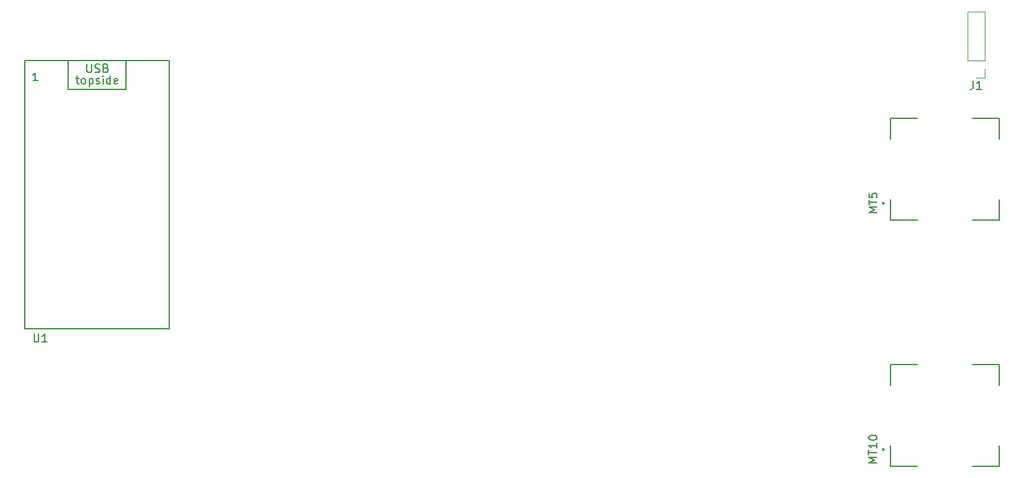
<source format=gbr>
%TF.GenerationSoftware,KiCad,Pcbnew,7.0.2*%
%TF.CreationDate,2023-08-21T12:10:16-07:00*%
%TF.ProjectId,Macropad_Project,4d616372-6f70-4616-945f-50726f6a6563,rev?*%
%TF.SameCoordinates,Original*%
%TF.FileFunction,Legend,Top*%
%TF.FilePolarity,Positive*%
%FSLAX46Y46*%
G04 Gerber Fmt 4.6, Leading zero omitted, Abs format (unit mm)*
G04 Created by KiCad (PCBNEW 7.0.2) date 2023-08-21 12:10:16*
%MOMM*%
%LPD*%
G01*
G04 APERTURE LIST*
%ADD10C,0.150000*%
%ADD11C,0.127000*%
%ADD12C,0.200000*%
%ADD13C,0.120000*%
G04 APERTURE END LIST*
D10*
%TO.C,MT10*%
X151827619Y-74001666D02*
X150827619Y-74001666D01*
X150827619Y-74001666D02*
X151541904Y-73668333D01*
X151541904Y-73668333D02*
X150827619Y-73335000D01*
X150827619Y-73335000D02*
X151827619Y-73335000D01*
X150827619Y-73001666D02*
X150827619Y-72430238D01*
X151827619Y-72715952D02*
X150827619Y-72715952D01*
X151827619Y-71573095D02*
X151827619Y-72144523D01*
X151827619Y-71858809D02*
X150827619Y-71858809D01*
X150827619Y-71858809D02*
X150970476Y-71954047D01*
X150970476Y-71954047D02*
X151065714Y-72049285D01*
X151065714Y-72049285D02*
X151113333Y-72144523D01*
X150827619Y-70954047D02*
X150827619Y-70858809D01*
X150827619Y-70858809D02*
X150875238Y-70763571D01*
X150875238Y-70763571D02*
X150922857Y-70715952D01*
X150922857Y-70715952D02*
X151018095Y-70668333D01*
X151018095Y-70668333D02*
X151208571Y-70620714D01*
X151208571Y-70620714D02*
X151446666Y-70620714D01*
X151446666Y-70620714D02*
X151637142Y-70668333D01*
X151637142Y-70668333D02*
X151732380Y-70715952D01*
X151732380Y-70715952D02*
X151780000Y-70763571D01*
X151780000Y-70763571D02*
X151827619Y-70858809D01*
X151827619Y-70858809D02*
X151827619Y-70954047D01*
X151827619Y-70954047D02*
X151780000Y-71049285D01*
X151780000Y-71049285D02*
X151732380Y-71096904D01*
X151732380Y-71096904D02*
X151637142Y-71144523D01*
X151637142Y-71144523D02*
X151446666Y-71192142D01*
X151446666Y-71192142D02*
X151208571Y-71192142D01*
X151208571Y-71192142D02*
X151018095Y-71144523D01*
X151018095Y-71144523D02*
X150922857Y-71096904D01*
X150922857Y-71096904D02*
X150875238Y-71049285D01*
X150875238Y-71049285D02*
X150827619Y-70954047D01*
%TO.C,MT5*%
X151837619Y-43225475D02*
X150837619Y-43225475D01*
X150837619Y-43225475D02*
X151551904Y-42892142D01*
X151551904Y-42892142D02*
X150837619Y-42558809D01*
X150837619Y-42558809D02*
X151837619Y-42558809D01*
X150837619Y-42225475D02*
X150837619Y-41654047D01*
X151837619Y-41939761D02*
X150837619Y-41939761D01*
X150837619Y-40844523D02*
X150837619Y-41320713D01*
X150837619Y-41320713D02*
X151313809Y-41368332D01*
X151313809Y-41368332D02*
X151266190Y-41320713D01*
X151266190Y-41320713D02*
X151218571Y-41225475D01*
X151218571Y-41225475D02*
X151218571Y-40987380D01*
X151218571Y-40987380D02*
X151266190Y-40892142D01*
X151266190Y-40892142D02*
X151313809Y-40844523D01*
X151313809Y-40844523D02*
X151409047Y-40796904D01*
X151409047Y-40796904D02*
X151647142Y-40796904D01*
X151647142Y-40796904D02*
X151742380Y-40844523D01*
X151742380Y-40844523D02*
X151790000Y-40892142D01*
X151790000Y-40892142D02*
X151837619Y-40987380D01*
X151837619Y-40987380D02*
X151837619Y-41225475D01*
X151837619Y-41225475D02*
X151790000Y-41320713D01*
X151790000Y-41320713D02*
X151742380Y-41368332D01*
%TO.C,U1*%
X48143095Y-58132619D02*
X48143095Y-58942142D01*
X48143095Y-58942142D02*
X48190714Y-59037380D01*
X48190714Y-59037380D02*
X48238333Y-59085000D01*
X48238333Y-59085000D02*
X48333571Y-59132619D01*
X48333571Y-59132619D02*
X48524047Y-59132619D01*
X48524047Y-59132619D02*
X48619285Y-59085000D01*
X48619285Y-59085000D02*
X48666904Y-59037380D01*
X48666904Y-59037380D02*
X48714523Y-58942142D01*
X48714523Y-58942142D02*
X48714523Y-58132619D01*
X49714523Y-59132619D02*
X49143095Y-59132619D01*
X49428809Y-59132619D02*
X49428809Y-58132619D01*
X49428809Y-58132619D02*
X49333571Y-58275476D01*
X49333571Y-58275476D02*
X49238333Y-58370714D01*
X49238333Y-58370714D02*
X49143095Y-58418333D01*
X53285952Y-26680952D02*
X53666904Y-26680952D01*
X53428809Y-26347619D02*
X53428809Y-27204761D01*
X53428809Y-27204761D02*
X53476428Y-27300000D01*
X53476428Y-27300000D02*
X53571666Y-27347619D01*
X53571666Y-27347619D02*
X53666904Y-27347619D01*
X54143095Y-27347619D02*
X54047857Y-27300000D01*
X54047857Y-27300000D02*
X54000238Y-27252380D01*
X54000238Y-27252380D02*
X53952619Y-27157142D01*
X53952619Y-27157142D02*
X53952619Y-26871428D01*
X53952619Y-26871428D02*
X54000238Y-26776190D01*
X54000238Y-26776190D02*
X54047857Y-26728571D01*
X54047857Y-26728571D02*
X54143095Y-26680952D01*
X54143095Y-26680952D02*
X54285952Y-26680952D01*
X54285952Y-26680952D02*
X54381190Y-26728571D01*
X54381190Y-26728571D02*
X54428809Y-26776190D01*
X54428809Y-26776190D02*
X54476428Y-26871428D01*
X54476428Y-26871428D02*
X54476428Y-27157142D01*
X54476428Y-27157142D02*
X54428809Y-27252380D01*
X54428809Y-27252380D02*
X54381190Y-27300000D01*
X54381190Y-27300000D02*
X54285952Y-27347619D01*
X54285952Y-27347619D02*
X54143095Y-27347619D01*
X54905000Y-26680952D02*
X54905000Y-27680952D01*
X54905000Y-26728571D02*
X55000238Y-26680952D01*
X55000238Y-26680952D02*
X55190714Y-26680952D01*
X55190714Y-26680952D02*
X55285952Y-26728571D01*
X55285952Y-26728571D02*
X55333571Y-26776190D01*
X55333571Y-26776190D02*
X55381190Y-26871428D01*
X55381190Y-26871428D02*
X55381190Y-27157142D01*
X55381190Y-27157142D02*
X55333571Y-27252380D01*
X55333571Y-27252380D02*
X55285952Y-27300000D01*
X55285952Y-27300000D02*
X55190714Y-27347619D01*
X55190714Y-27347619D02*
X55000238Y-27347619D01*
X55000238Y-27347619D02*
X54905000Y-27300000D01*
X55762143Y-27300000D02*
X55857381Y-27347619D01*
X55857381Y-27347619D02*
X56047857Y-27347619D01*
X56047857Y-27347619D02*
X56143095Y-27300000D01*
X56143095Y-27300000D02*
X56190714Y-27204761D01*
X56190714Y-27204761D02*
X56190714Y-27157142D01*
X56190714Y-27157142D02*
X56143095Y-27061904D01*
X56143095Y-27061904D02*
X56047857Y-27014285D01*
X56047857Y-27014285D02*
X55905000Y-27014285D01*
X55905000Y-27014285D02*
X55809762Y-26966666D01*
X55809762Y-26966666D02*
X55762143Y-26871428D01*
X55762143Y-26871428D02*
X55762143Y-26823809D01*
X55762143Y-26823809D02*
X55809762Y-26728571D01*
X55809762Y-26728571D02*
X55905000Y-26680952D01*
X55905000Y-26680952D02*
X56047857Y-26680952D01*
X56047857Y-26680952D02*
X56143095Y-26728571D01*
X56619286Y-27347619D02*
X56619286Y-26680952D01*
X56619286Y-26347619D02*
X56571667Y-26395238D01*
X56571667Y-26395238D02*
X56619286Y-26442857D01*
X56619286Y-26442857D02*
X56666905Y-26395238D01*
X56666905Y-26395238D02*
X56619286Y-26347619D01*
X56619286Y-26347619D02*
X56619286Y-26442857D01*
X57524047Y-27347619D02*
X57524047Y-26347619D01*
X57524047Y-27300000D02*
X57428809Y-27347619D01*
X57428809Y-27347619D02*
X57238333Y-27347619D01*
X57238333Y-27347619D02*
X57143095Y-27300000D01*
X57143095Y-27300000D02*
X57095476Y-27252380D01*
X57095476Y-27252380D02*
X57047857Y-27157142D01*
X57047857Y-27157142D02*
X57047857Y-26871428D01*
X57047857Y-26871428D02*
X57095476Y-26776190D01*
X57095476Y-26776190D02*
X57143095Y-26728571D01*
X57143095Y-26728571D02*
X57238333Y-26680952D01*
X57238333Y-26680952D02*
X57428809Y-26680952D01*
X57428809Y-26680952D02*
X57524047Y-26728571D01*
X58381190Y-27300000D02*
X58285952Y-27347619D01*
X58285952Y-27347619D02*
X58095476Y-27347619D01*
X58095476Y-27347619D02*
X58000238Y-27300000D01*
X58000238Y-27300000D02*
X57952619Y-27204761D01*
X57952619Y-27204761D02*
X57952619Y-26823809D01*
X57952619Y-26823809D02*
X58000238Y-26728571D01*
X58000238Y-26728571D02*
X58095476Y-26680952D01*
X58095476Y-26680952D02*
X58285952Y-26680952D01*
X58285952Y-26680952D02*
X58381190Y-26728571D01*
X58381190Y-26728571D02*
X58428809Y-26823809D01*
X58428809Y-26823809D02*
X58428809Y-26919047D01*
X58428809Y-26919047D02*
X57952619Y-27014285D01*
X54643095Y-24947619D02*
X54643095Y-25757142D01*
X54643095Y-25757142D02*
X54690714Y-25852380D01*
X54690714Y-25852380D02*
X54738333Y-25900000D01*
X54738333Y-25900000D02*
X54833571Y-25947619D01*
X54833571Y-25947619D02*
X55024047Y-25947619D01*
X55024047Y-25947619D02*
X55119285Y-25900000D01*
X55119285Y-25900000D02*
X55166904Y-25852380D01*
X55166904Y-25852380D02*
X55214523Y-25757142D01*
X55214523Y-25757142D02*
X55214523Y-24947619D01*
X55643095Y-25900000D02*
X55785952Y-25947619D01*
X55785952Y-25947619D02*
X56024047Y-25947619D01*
X56024047Y-25947619D02*
X56119285Y-25900000D01*
X56119285Y-25900000D02*
X56166904Y-25852380D01*
X56166904Y-25852380D02*
X56214523Y-25757142D01*
X56214523Y-25757142D02*
X56214523Y-25661904D01*
X56214523Y-25661904D02*
X56166904Y-25566666D01*
X56166904Y-25566666D02*
X56119285Y-25519047D01*
X56119285Y-25519047D02*
X56024047Y-25471428D01*
X56024047Y-25471428D02*
X55833571Y-25423809D01*
X55833571Y-25423809D02*
X55738333Y-25376190D01*
X55738333Y-25376190D02*
X55690714Y-25328571D01*
X55690714Y-25328571D02*
X55643095Y-25233333D01*
X55643095Y-25233333D02*
X55643095Y-25138095D01*
X55643095Y-25138095D02*
X55690714Y-25042857D01*
X55690714Y-25042857D02*
X55738333Y-24995238D01*
X55738333Y-24995238D02*
X55833571Y-24947619D01*
X55833571Y-24947619D02*
X56071666Y-24947619D01*
X56071666Y-24947619D02*
X56214523Y-24995238D01*
X56976428Y-25423809D02*
X57119285Y-25471428D01*
X57119285Y-25471428D02*
X57166904Y-25519047D01*
X57166904Y-25519047D02*
X57214523Y-25614285D01*
X57214523Y-25614285D02*
X57214523Y-25757142D01*
X57214523Y-25757142D02*
X57166904Y-25852380D01*
X57166904Y-25852380D02*
X57119285Y-25900000D01*
X57119285Y-25900000D02*
X57024047Y-25947619D01*
X57024047Y-25947619D02*
X56643095Y-25947619D01*
X56643095Y-25947619D02*
X56643095Y-24947619D01*
X56643095Y-24947619D02*
X56976428Y-24947619D01*
X56976428Y-24947619D02*
X57071666Y-24995238D01*
X57071666Y-24995238D02*
X57119285Y-25042857D01*
X57119285Y-25042857D02*
X57166904Y-25138095D01*
X57166904Y-25138095D02*
X57166904Y-25233333D01*
X57166904Y-25233333D02*
X57119285Y-25328571D01*
X57119285Y-25328571D02*
X57071666Y-25376190D01*
X57071666Y-25376190D02*
X56976428Y-25423809D01*
X56976428Y-25423809D02*
X56643095Y-25423809D01*
X48570714Y-26977619D02*
X47999286Y-26977619D01*
X48285000Y-26977619D02*
X48285000Y-25977619D01*
X48285000Y-25977619D02*
X48189762Y-26120476D01*
X48189762Y-26120476D02*
X48094524Y-26215714D01*
X48094524Y-26215714D02*
X47999286Y-26263333D01*
%TO.C,J1*%
X163666666Y-27022619D02*
X163666666Y-27736904D01*
X163666666Y-27736904D02*
X163619047Y-27879761D01*
X163619047Y-27879761D02*
X163523809Y-27975000D01*
X163523809Y-27975000D02*
X163380952Y-28022619D01*
X163380952Y-28022619D02*
X163285714Y-28022619D01*
X164666666Y-28022619D02*
X164095238Y-28022619D01*
X164380952Y-28022619D02*
X164380952Y-27022619D01*
X164380952Y-27022619D02*
X164285714Y-27165476D01*
X164285714Y-27165476D02*
X164190476Y-27260714D01*
X164190476Y-27260714D02*
X164095238Y-27308333D01*
D11*
%TO.C,MT10*%
X153500000Y-74410000D02*
X153500000Y-71860000D01*
X156800000Y-74410000D02*
X153500000Y-74410000D01*
X163600000Y-74410000D02*
X166900000Y-74410000D01*
X166900000Y-74410000D02*
X166900000Y-71860000D01*
X153500000Y-64460000D02*
X153500000Y-61910000D01*
X166900000Y-64460000D02*
X166900000Y-61910000D01*
X153500000Y-61910000D02*
X156800000Y-61910000D01*
X166900000Y-61910000D02*
X163600000Y-61910000D01*
D12*
X152700000Y-72360000D02*
G75*
G03*
X152700000Y-72360000I-100000J0D01*
G01*
D11*
%TO.C,MT5*%
X153510000Y-44110000D02*
X153510000Y-41560000D01*
X156810000Y-44110000D02*
X153510000Y-44110000D01*
X163610000Y-44110000D02*
X166910000Y-44110000D01*
X166910000Y-44110000D02*
X166910000Y-41560000D01*
X153510000Y-34160000D02*
X153510000Y-31610000D01*
X166910000Y-34160000D02*
X166910000Y-31610000D01*
X153510000Y-31610000D02*
X156810000Y-31610000D01*
X166910000Y-31610000D02*
X163610000Y-31610000D01*
D12*
X152710000Y-42060000D02*
G75*
G03*
X152710000Y-42060000I-100000J0D01*
G01*
D10*
%TO.C,U1*%
X52355000Y-28070000D02*
X52355000Y-24490000D01*
X59455000Y-28070000D02*
X52355000Y-28070000D01*
X59455000Y-28070000D02*
X59455000Y-24490000D01*
X47015000Y-24490000D02*
X64795000Y-24490000D01*
X64795000Y-24490000D02*
X64795000Y-57510000D01*
X64795000Y-57510000D02*
X47015000Y-57510000D01*
X47015000Y-57510000D02*
X47015000Y-24490000D01*
D13*
%TO.C,J1*%
X162940000Y-24500000D02*
X162940000Y-18440000D01*
X165060000Y-26560000D02*
X164000000Y-26560000D01*
X165060000Y-25500000D02*
X165060000Y-26560000D01*
X165060000Y-24500000D02*
X162940000Y-24500000D01*
X165060000Y-24500000D02*
X165060000Y-18440000D01*
X165060000Y-18440000D02*
X162940000Y-18440000D01*
%TD*%
M02*

</source>
